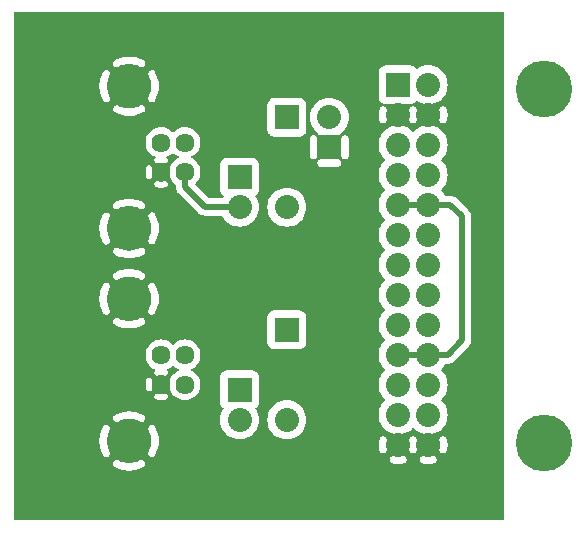
<source format=gbl>
G04 start of page 2 for group 10 layer_idx 1 *
G04 Title: (unknown), bottom_copper *
G04 Creator: pcb-rnd 3.1.0-dev *
G04 CreationDate: 2023-01-28 08:44:06 UTC *
G04 For: tonia *
G04 Format: Gerber/RS-274X *
G04 PCB-Dimensions: 236220 236220 *
G04 PCB-Coordinate-Origin: lower left *
%MOIN*%
%FSLAX25Y25*%
%LNBOTTOM_COPPER_NONE_10*%
%ADD30C,0.0362*%
%ADD29C,0.0906*%
%ADD28C,0.0394*%
%ADD27C,0.1260*%
%ADD26C,0.0637*%
%ADD25C,0.1476*%
%ADD24C,0.0800*%
%ADD23C,0.1890*%
%ADD22C,0.0200*%
%ADD21C,0.0001*%
G54D21*G36*
X165354Y234252D02*Y64961D01*
X145122D01*
Y87316D01*
X145203Y87322D01*
X145394Y87369D01*
X145576Y87446D01*
X145743Y87549D01*
X145892Y87678D01*
X146019Y87828D01*
X146121Y87996D01*
X146192Y88180D01*
X146348Y88732D01*
X146449Y89298D01*
X146500Y89870D01*
Y90445D01*
X146449Y91017D01*
X146348Y91583D01*
X146198Y92137D01*
X146125Y92321D01*
X146022Y92489D01*
X145895Y92640D01*
X145745Y92769D01*
X145578Y92873D01*
X145396Y92949D01*
X145204Y92996D01*
X145122Y93003D01*
Y96146D01*
X145275Y96325D01*
X145809Y97197D01*
X146201Y98143D01*
X146440Y99138D01*
X146500Y100157D01*
X146440Y101177D01*
X146201Y102172D01*
X145809Y103118D01*
X145275Y103990D01*
X145122Y104169D01*
Y106146D01*
X145275Y106325D01*
X145809Y107197D01*
X146201Y108143D01*
X146440Y109138D01*
X146500Y110157D01*
X146440Y111177D01*
X146201Y112172D01*
X145809Y113118D01*
X145275Y113990D01*
X145122Y114169D01*
Y116146D01*
X145275Y116325D01*
X145785Y117157D01*
X146438D01*
X146555Y117148D01*
X147026Y117185D01*
X147026Y117185D01*
X147485Y117296D01*
X147921Y117476D01*
X148324Y117723D01*
X148683Y118030D01*
X148760Y118119D01*
X153357Y122717D01*
X153447Y122793D01*
X153753Y123152D01*
X153753Y123152D01*
X154000Y123555D01*
X154181Y123991D01*
X154291Y124451D01*
X154328Y124921D01*
X154319Y125039D01*
Y166142D01*
X154328Y166260D01*
X154291Y166730D01*
X154291Y166731D01*
X154181Y167190D01*
X154000Y167626D01*
X153753Y168029D01*
X153447Y168388D01*
X153357Y168464D01*
X149586Y172235D01*
X149510Y172325D01*
X149151Y172631D01*
X148748Y172878D01*
X148312Y173059D01*
X147853Y173169D01*
X147852Y173169D01*
X147382Y173206D01*
X147264Y173197D01*
X145761D01*
X145275Y173990D01*
X145122Y174169D01*
Y176146D01*
X145275Y176325D01*
X145809Y177197D01*
X146201Y178143D01*
X146440Y179138D01*
X146500Y180157D01*
X146440Y181177D01*
X146201Y182172D01*
X145809Y183118D01*
X145275Y183990D01*
X145122Y184169D01*
Y186146D01*
X145275Y186325D01*
X145809Y187197D01*
X146201Y188143D01*
X146440Y189138D01*
X146500Y190157D01*
X146440Y191177D01*
X146201Y192172D01*
X145809Y193118D01*
X145275Y193990D01*
X145122Y194169D01*
Y197316D01*
X145203Y197322D01*
X145394Y197369D01*
X145576Y197446D01*
X145743Y197549D01*
X145892Y197678D01*
X146019Y197828D01*
X146121Y197996D01*
X146192Y198180D01*
X146348Y198732D01*
X146449Y199298D01*
X146500Y199870D01*
Y200445D01*
X146449Y201017D01*
X146348Y201583D01*
X146198Y202137D01*
X146125Y202321D01*
X146022Y202489D01*
X145895Y202640D01*
X145745Y202769D01*
X145578Y202873D01*
X145396Y202949D01*
X145204Y202996D01*
X145122Y203003D01*
Y206146D01*
X145275Y206325D01*
X145809Y207197D01*
X146201Y208143D01*
X146440Y209138D01*
X146500Y210157D01*
X146440Y211177D01*
X146201Y212172D01*
X145809Y213118D01*
X145275Y213990D01*
X145122Y214169D01*
Y234252D01*
X165354D01*
G37*
G36*
X144610Y194768D02*X143832Y195432D01*
X142960Y195967D01*
X142015Y196358D01*
X141020Y196597D01*
X140000Y196678D01*
X138980Y196597D01*
X138904Y196579D01*
Y203736D01*
X138980Y203718D01*
X140000Y203637D01*
X141020Y203718D01*
X142015Y203957D01*
X142960Y204348D01*
X143832Y204883D01*
X144610Y205547D01*
X145122Y206146D01*
Y203003D01*
X145007Y203013D01*
X144810Y202998D01*
X144618Y202953D01*
X144436Y202879D01*
X144267Y202776D01*
X144116Y202649D01*
X143987Y202499D01*
X143883Y202332D01*
X143807Y202150D01*
X143760Y201958D01*
X143743Y201761D01*
X143758Y201564D01*
X143807Y201374D01*
X143903Y201034D01*
X143965Y200686D01*
X143996Y200334D01*
Y199981D01*
X143965Y199629D01*
X143903Y199281D01*
X143810Y198940D01*
X143762Y198750D01*
X143747Y198554D01*
X143764Y198358D01*
X143810Y198167D01*
X143887Y197985D01*
X143990Y197818D01*
X144119Y197669D01*
X144269Y197542D01*
X144437Y197440D01*
X144619Y197366D01*
X144811Y197321D01*
X145007Y197306D01*
X145122Y197316D01*
Y194169D01*
X144610Y194768D01*
G37*
G36*
Y184768D02*X144154Y185157D01*
X144610Y185547D01*
X145122Y186146D01*
Y184169D01*
X144610Y184768D01*
G37*
G36*
Y174768D02*X144154Y175157D01*
X144610Y175547D01*
X145122Y176146D01*
Y174169D01*
X144610Y174768D01*
G37*
G36*
Y114768D02*X144154Y115157D01*
X144610Y115547D01*
X145122Y116146D01*
Y114169D01*
X144610Y114768D01*
G37*
G36*
Y104768D02*X144154Y105157D01*
X144610Y105547D01*
X145122Y106146D01*
Y104169D01*
X144610Y104768D01*
G37*
G36*
X138904Y64961D02*Y83750D01*
X139140Y83708D01*
X139713Y83657D01*
X140287D01*
X140860Y83708D01*
X141425Y83809D01*
X141980Y83960D01*
X142163Y84033D01*
X142332Y84135D01*
X142483Y84263D01*
X142611Y84412D01*
X142715Y84580D01*
X142792Y84762D01*
X142839Y84954D01*
X142855Y85150D01*
X142841Y85347D01*
X142796Y85539D01*
X142721Y85722D01*
X142619Y85891D01*
X142491Y86041D01*
X142342Y86170D01*
X142174Y86274D01*
X141992Y86351D01*
X141801Y86398D01*
X141604Y86414D01*
X141407Y86400D01*
X141216Y86351D01*
X140876Y86255D01*
X140529Y86193D01*
X140177Y86161D01*
X139823D01*
X139471Y86193D01*
X139124Y86255D01*
X138904Y86314D01*
Y93736D01*
X138980Y93718D01*
X140000Y93637D01*
X141020Y93718D01*
X142015Y93957D01*
X142960Y94348D01*
X143832Y94883D01*
X144610Y95547D01*
X145122Y96146D01*
Y93003D01*
X145007Y93013D01*
X144810Y92998D01*
X144618Y92953D01*
X144436Y92879D01*
X144267Y92776D01*
X144116Y92649D01*
X143987Y92499D01*
X143883Y92332D01*
X143807Y92150D01*
X143760Y91958D01*
X143743Y91761D01*
X143758Y91564D01*
X143807Y91374D01*
X143903Y91034D01*
X143965Y90686D01*
X143996Y90334D01*
Y89981D01*
X143965Y89629D01*
X143903Y89281D01*
X143810Y88940D01*
X143762Y88750D01*
X143747Y88554D01*
X143764Y88358D01*
X143810Y88167D01*
X143887Y87985D01*
X143990Y87818D01*
X144119Y87669D01*
X144269Y87542D01*
X144437Y87440D01*
X144619Y87366D01*
X144811Y87321D01*
X145007Y87306D01*
X145122Y87316D01*
Y64961D01*
X138904D01*
G37*
G36*
X145122Y234252D02*Y214169D01*
X144610Y214768D01*
X143832Y215432D01*
X142960Y215967D01*
X142015Y216358D01*
X141020Y216597D01*
X140000Y216678D01*
X138980Y216597D01*
X138904Y216579D01*
Y234252D01*
X145122D01*
G37*
G36*
X135390Y95547D02*X136168Y94883D01*
X137040Y94348D01*
X137985Y93957D01*
X138904Y93736D01*
Y86314D01*
X138783Y86347D01*
X138592Y86396D01*
X138396Y86410D01*
X138200Y86394D01*
X138009Y86347D01*
X137828Y86271D01*
X137660Y86167D01*
X137511Y86039D01*
X137384Y85888D01*
X137282Y85720D01*
X137208Y85538D01*
X137163Y85346D01*
X137149Y85150D01*
X137165Y84954D01*
X137212Y84763D01*
X137288Y84582D01*
X137392Y84414D01*
X137520Y84265D01*
X137670Y84138D01*
X137839Y84036D01*
X138022Y83966D01*
X138575Y83809D01*
X138904Y83750D01*
Y64961D01*
X135000D01*
Y87303D01*
X135190Y87317D01*
X135382Y87362D01*
X135564Y87436D01*
X135733Y87539D01*
X135884Y87666D01*
X136013Y87816D01*
X136117Y87983D01*
X136193Y88165D01*
X136229Y88311D01*
X136348Y88732D01*
X136449Y89298D01*
X136500Y89870D01*
Y90445D01*
X136449Y91017D01*
X136348Y91583D01*
X136198Y92137D01*
X136125Y92321D01*
X136022Y92489D01*
X135895Y92640D01*
X135745Y92769D01*
X135578Y92873D01*
X135396Y92949D01*
X135204Y92996D01*
X135007Y93013D01*
X135000Y93012D01*
Y96003D01*
X135390Y95547D01*
G37*
G36*
X131020Y93718D02*X132015Y93957D01*
X132960Y94348D01*
X133832Y94883D01*
X134610Y95547D01*
X135000Y96003D01*
Y93012D01*
X134810Y92998D01*
X134618Y92953D01*
X134436Y92879D01*
X134267Y92776D01*
X134116Y92649D01*
X133987Y92499D01*
X133883Y92332D01*
X133807Y92150D01*
X133771Y92004D01*
X133652Y91583D01*
X133551Y91017D01*
X133500Y90445D01*
Y89870D01*
X133551Y89298D01*
X133652Y88732D01*
X133802Y88178D01*
X133875Y87994D01*
X133978Y87826D01*
X134105Y87675D01*
X134255Y87546D01*
X134422Y87442D01*
X134604Y87366D01*
X134796Y87319D01*
X134993Y87302D01*
X135000Y87303D01*
Y64961D01*
X130002D01*
Y83657D01*
X130287D01*
X130860Y83708D01*
X131425Y83809D01*
X131980Y83960D01*
X132163Y84033D01*
X132332Y84135D01*
X132483Y84263D01*
X132611Y84412D01*
X132715Y84580D01*
X132792Y84762D01*
X132839Y84954D01*
X132855Y85150D01*
X132841Y85347D01*
X132796Y85539D01*
X132721Y85722D01*
X132619Y85891D01*
X132491Y86041D01*
X132342Y86170D01*
X132174Y86274D01*
X131992Y86351D01*
X131801Y86398D01*
X131604Y86414D01*
X131407Y86400D01*
X131216Y86351D01*
X130876Y86255D01*
X130529Y86193D01*
X130177Y86161D01*
X130002D01*
Y93638D01*
X131020Y93718D01*
G37*
G36*
X125390Y95547D02*X126168Y94883D01*
X127040Y94348D01*
X127985Y93957D01*
X128980Y93718D01*
X130000Y93637D01*
X130002Y93638D01*
Y86161D01*
X129823D01*
X129471Y86193D01*
X129124Y86255D01*
X128783Y86347D01*
X128592Y86396D01*
X128396Y86410D01*
X128200Y86394D01*
X128009Y86347D01*
X127828Y86271D01*
X127660Y86167D01*
X127511Y86039D01*
X127384Y85888D01*
X127282Y85720D01*
X127208Y85538D01*
X127163Y85346D01*
X127149Y85150D01*
X127165Y84954D01*
X127212Y84763D01*
X127288Y84582D01*
X127392Y84414D01*
X127520Y84265D01*
X127670Y84138D01*
X127839Y84036D01*
X128022Y83966D01*
X128575Y83809D01*
X129140Y83708D01*
X129713Y83657D01*
X130002D01*
Y64961D01*
X124878D01*
Y87312D01*
X124993Y87302D01*
X125190Y87317D01*
X125382Y87362D01*
X125564Y87436D01*
X125733Y87539D01*
X125884Y87666D01*
X126013Y87816D01*
X126117Y87983D01*
X126193Y88165D01*
X126240Y88357D01*
X126257Y88554D01*
X126242Y88750D01*
X126193Y88941D01*
X126097Y89281D01*
X126035Y89629D01*
X126004Y89981D01*
Y90334D01*
X126035Y90686D01*
X126097Y91034D01*
X126190Y91375D01*
X126238Y91565D01*
X126253Y91761D01*
X126236Y91957D01*
X126190Y92148D01*
X126113Y92330D01*
X126010Y92497D01*
X125881Y92646D01*
X125731Y92773D01*
X125563Y92875D01*
X125381Y92949D01*
X125189Y92994D01*
X124993Y93009D01*
X124878Y92999D01*
Y96146D01*
X125390Y95547D01*
G37*
G36*
Y105547D02*X125846Y105157D01*
X125390Y104768D01*
X124878Y104169D01*
Y106146D01*
X125390Y105547D01*
G37*
G36*
Y115547D02*X125846Y115157D01*
X125390Y114768D01*
X124878Y114169D01*
Y116146D01*
X125390Y115547D01*
G37*
G36*
Y125547D02*X125846Y125157D01*
X125390Y124768D01*
X124878Y124169D01*
Y126146D01*
X125390Y125547D01*
G37*
G36*
Y135547D02*X125846Y135157D01*
X125390Y134768D01*
X124878Y134169D01*
Y136146D01*
X125390Y135547D01*
G37*
G36*
Y145547D02*X125846Y145157D01*
X125390Y144768D01*
X124878Y144169D01*
Y146146D01*
X125390Y145547D01*
G37*
G36*
Y155547D02*X125846Y155157D01*
X125390Y154768D01*
X124878Y154169D01*
Y156146D01*
X125390Y155547D01*
G37*
G36*
Y165547D02*X125846Y165157D01*
X125390Y164768D01*
X124878Y164169D01*
Y166146D01*
X125390Y165547D01*
G37*
G36*
Y175547D02*X125846Y175157D01*
X125390Y174768D01*
X124878Y174169D01*
Y176146D01*
X125390Y175547D01*
G37*
G36*
Y185547D02*X125846Y185157D01*
X125390Y184768D01*
X124878Y184169D01*
Y186146D01*
X125390Y185547D01*
G37*
G36*
X135138Y203923D02*X135474Y204129D01*
X135773Y204384D01*
X136029Y204683D01*
X136157Y204892D01*
X136168Y204883D01*
X137040Y204348D01*
X137985Y203957D01*
X138904Y203736D01*
Y196579D01*
X137985Y196358D01*
X137040Y195967D01*
X136168Y195432D01*
X135390Y194768D01*
X135000Y194312D01*
Y197303D01*
X135190Y197317D01*
X135382Y197362D01*
X135564Y197436D01*
X135733Y197539D01*
X135884Y197666D01*
X136013Y197816D01*
X136117Y197983D01*
X136193Y198165D01*
X136229Y198311D01*
X136348Y198732D01*
X136449Y199298D01*
X136500Y199870D01*
Y200445D01*
X136449Y201017D01*
X136348Y201583D01*
X136198Y202137D01*
X136125Y202321D01*
X136022Y202489D01*
X135895Y202640D01*
X135745Y202769D01*
X135578Y202873D01*
X135396Y202949D01*
X135204Y202996D01*
X135007Y203013D01*
X135000Y203012D01*
Y203866D01*
X135138Y203923D01*
G37*
G36*
X125225Y203773D02*X125608Y203681D01*
X126000Y203650D01*
X126098Y203657D01*
X133902D01*
X134000Y203650D01*
X134392Y203681D01*
X134392Y203681D01*
X134775Y203773D01*
X135000Y203866D01*
Y203012D01*
X134810Y202998D01*
X134618Y202953D01*
X134436Y202879D01*
X134267Y202776D01*
X134116Y202649D01*
X133987Y202499D01*
X133883Y202332D01*
X133807Y202150D01*
X133771Y202004D01*
X133652Y201583D01*
X133551Y201017D01*
X133500Y200445D01*
Y199870D01*
X133551Y199298D01*
X133652Y198732D01*
X133802Y198178D01*
X133875Y197994D01*
X133978Y197826D01*
X134105Y197675D01*
X134255Y197546D01*
X134422Y197442D01*
X134604Y197366D01*
X134796Y197319D01*
X134993Y197302D01*
X135000Y197303D01*
Y194312D01*
X134610Y194768D01*
X133832Y195432D01*
X132960Y195967D01*
X132015Y196358D01*
X131020Y196597D01*
X130000Y196678D01*
X128980Y196597D01*
X127985Y196358D01*
X127040Y195967D01*
X126168Y195432D01*
X125390Y194768D01*
X124878Y194169D01*
Y197312D01*
X124993Y197302D01*
X125190Y197317D01*
X125382Y197362D01*
X125564Y197436D01*
X125733Y197539D01*
X125884Y197666D01*
X126013Y197816D01*
X126117Y197983D01*
X126193Y198165D01*
X126240Y198357D01*
X126257Y198554D01*
X126242Y198750D01*
X126193Y198941D01*
X126097Y199281D01*
X126035Y199629D01*
X126004Y199981D01*
Y200334D01*
X126035Y200686D01*
X126097Y201034D01*
X126190Y201375D01*
X126238Y201565D01*
X126253Y201761D01*
X126236Y201957D01*
X126190Y202148D01*
X126113Y202330D01*
X126010Y202497D01*
X125881Y202646D01*
X125731Y202773D01*
X125563Y202875D01*
X125381Y202949D01*
X125189Y202994D01*
X124993Y203009D01*
X124878Y202999D01*
Y203916D01*
X125225Y203773D01*
G37*
G36*
X138904Y234252D02*Y216579D01*
X137985Y216358D01*
X137040Y215967D01*
X136168Y215432D01*
X136157Y215423D01*
X136029Y215631D01*
X135773Y215931D01*
X135474Y216186D01*
X135138Y216392D01*
X134775Y216542D01*
X134392Y216634D01*
X134000Y216665D01*
X133902Y216657D01*
X126098D01*
X126000Y216665D01*
X125608Y216634D01*
X125608Y216634D01*
X125225Y216542D01*
X124878Y216399D01*
Y234252D01*
X138904D01*
G37*
G36*
X124878D02*Y216399D01*
X124862Y216392D01*
X124526Y216186D01*
X124227Y215931D01*
X123971Y215631D01*
X123766Y215296D01*
X123615Y214932D01*
X123523Y214550D01*
X123492Y214157D01*
X123500Y214059D01*
Y206255D01*
X123492Y206157D01*
X123523Y205765D01*
X123523Y205765D01*
X123615Y205383D01*
X123766Y205019D01*
X123971Y204683D01*
X124227Y204384D01*
X124526Y204129D01*
X124862Y203923D01*
X124878Y203916D01*
Y202999D01*
X124797Y202993D01*
X124606Y202946D01*
X124424Y202869D01*
X124257Y202766D01*
X124108Y202637D01*
X123981Y202487D01*
X123879Y202319D01*
X123808Y202135D01*
X123652Y201583D01*
X123551Y201017D01*
X123500Y200445D01*
Y199870D01*
X123551Y199298D01*
X123652Y198732D01*
X123802Y198178D01*
X123875Y197994D01*
X123978Y197826D01*
X124105Y197675D01*
X124255Y197546D01*
X124422Y197442D01*
X124604Y197366D01*
X124796Y197319D01*
X124878Y197312D01*
Y194169D01*
X124725Y193990D01*
X124191Y193118D01*
X123799Y192172D01*
X123560Y191177D01*
X123480Y190157D01*
X123560Y189138D01*
X123799Y188143D01*
X124191Y187197D01*
X124725Y186325D01*
X124878Y186146D01*
Y184169D01*
X124725Y183990D01*
X124191Y183118D01*
X123799Y182172D01*
X123560Y181177D01*
X123480Y180157D01*
X123560Y179138D01*
X123799Y178143D01*
X124191Y177197D01*
X124725Y176325D01*
X124878Y176146D01*
Y174169D01*
X124725Y173990D01*
X124191Y173118D01*
X123799Y172172D01*
X123560Y171177D01*
X123480Y170157D01*
X123560Y169138D01*
X123799Y168143D01*
X124191Y167197D01*
X124725Y166325D01*
X124878Y166146D01*
Y164169D01*
X124725Y163990D01*
X124191Y163118D01*
X123799Y162172D01*
X123560Y161177D01*
X123480Y160157D01*
X123560Y159138D01*
X123799Y158143D01*
X124191Y157197D01*
X124725Y156325D01*
X124878Y156146D01*
Y154169D01*
X124725Y153990D01*
X124191Y153118D01*
X123799Y152172D01*
X123560Y151177D01*
X123480Y150157D01*
X123560Y149138D01*
X123799Y148143D01*
X124191Y147197D01*
X124725Y146325D01*
X124878Y146146D01*
Y144169D01*
X124725Y143990D01*
X124191Y143118D01*
X123799Y142172D01*
X123560Y141177D01*
X123480Y140157D01*
X123560Y139138D01*
X123799Y138143D01*
X124191Y137197D01*
X124725Y136325D01*
X124878Y136146D01*
Y134169D01*
X124725Y133990D01*
X124191Y133118D01*
X123799Y132172D01*
X123560Y131177D01*
X123480Y130157D01*
X123560Y129138D01*
X123799Y128143D01*
X124191Y127197D01*
X124725Y126325D01*
X124878Y126146D01*
Y124169D01*
X124725Y123990D01*
X124191Y123118D01*
X123799Y122172D01*
X123560Y121177D01*
X123480Y120157D01*
X123560Y119138D01*
X123799Y118143D01*
X124191Y117197D01*
X124725Y116325D01*
X124878Y116146D01*
Y114169D01*
X124725Y113990D01*
X124191Y113118D01*
X123799Y112172D01*
X123560Y111177D01*
X123480Y110157D01*
X123560Y109138D01*
X123799Y108143D01*
X124191Y107197D01*
X124725Y106325D01*
X124878Y106146D01*
Y104169D01*
X124725Y103990D01*
X124191Y103118D01*
X123799Y102172D01*
X123560Y101177D01*
X123480Y100157D01*
X123560Y99138D01*
X123799Y98143D01*
X124191Y97197D01*
X124725Y96325D01*
X124878Y96146D01*
Y92999D01*
X124797Y92993D01*
X124606Y92946D01*
X124424Y92869D01*
X124257Y92766D01*
X124108Y92637D01*
X123981Y92487D01*
X123879Y92319D01*
X123808Y92135D01*
X123652Y91583D01*
X123551Y91017D01*
X123500Y90445D01*
Y89870D01*
X123551Y89298D01*
X123652Y88732D01*
X123802Y88178D01*
X123875Y87994D01*
X123978Y87826D01*
X124105Y87675D01*
X124255Y87546D01*
X124422Y87442D01*
X124604Y87366D01*
X124796Y87319D01*
X124878Y87312D01*
Y64961D01*
X107077D01*
Y182791D01*
X109837D01*
X110033Y182803D01*
X110224Y182849D01*
X110406Y182924D01*
X110574Y183027D01*
X110723Y183155D01*
X110851Y183304D01*
X110954Y183472D01*
X111029Y183654D01*
X111075Y183845D01*
X111090Y184041D01*
X111075Y184237D01*
X111029Y184429D01*
X110954Y184611D01*
X110851Y184778D01*
X110723Y184928D01*
X110574Y185056D01*
X110406Y185159D01*
X110224Y185234D01*
X110033Y185280D01*
X109837Y185291D01*
X111087D01*
Y186541D01*
X111098Y186345D01*
X111144Y186154D01*
X111219Y185972D01*
X111322Y185804D01*
X111450Y185655D01*
X111600Y185527D01*
X111767Y185424D01*
X111949Y185349D01*
X112140Y185303D01*
X112337Y185287D01*
X112533Y185303D01*
X112724Y185349D01*
X112906Y185424D01*
X113074Y185527D01*
X113223Y185655D01*
X113351Y185804D01*
X113454Y185972D01*
X113529Y186154D01*
X113575Y186345D01*
X113587Y186541D01*
Y192041D01*
X113575Y192237D01*
X113529Y192429D01*
X113454Y192611D01*
X113351Y192778D01*
X113223Y192928D01*
X113074Y193056D01*
X112906Y193159D01*
X112724Y193234D01*
X112533Y193280D01*
X112337Y193295D01*
X112140Y193280D01*
X111949Y193234D01*
X111767Y193159D01*
X111600Y193056D01*
X111450Y192928D01*
X111322Y192778D01*
X111219Y192611D01*
X111144Y192429D01*
X111098Y192237D01*
X111087Y192041D01*
Y193291D01*
X109837D01*
X110033Y193303D01*
X110224Y193349D01*
X110406Y193424D01*
X110574Y193527D01*
X110723Y193655D01*
X110851Y193804D01*
X110954Y193972D01*
X111001Y194087D01*
X111697Y194681D01*
X112361Y195459D01*
X112896Y196331D01*
X113288Y197277D01*
X113526Y198271D01*
X113587Y199291D01*
X113526Y200311D01*
X113288Y201306D01*
X112896Y202251D01*
X112361Y203124D01*
X111697Y203902D01*
X110919Y204566D01*
X110047Y205101D01*
X109101Y205492D01*
X108107Y205731D01*
X107087Y205811D01*
X107077Y205811D01*
Y234252D01*
X124878D01*
G37*
G36*
X107077D02*Y205811D01*
X106067Y205731D01*
X105072Y205492D01*
X104127Y205101D01*
X103254Y204566D01*
X102476Y203902D01*
X101812Y203124D01*
X101277Y202251D01*
X100886Y201306D01*
X100647Y200311D01*
X100567Y199291D01*
X100647Y198271D01*
X100886Y197277D01*
X101277Y196331D01*
X101812Y195459D01*
X102476Y194681D01*
X103172Y194087D01*
X103219Y193972D01*
X103322Y193804D01*
X103450Y193655D01*
X103600Y193527D01*
X103767Y193424D01*
X103949Y193349D01*
X104140Y193303D01*
X104336Y193291D01*
X103087D01*
Y192041D01*
X103075Y192237D01*
X103029Y192429D01*
X102954Y192611D01*
X102851Y192778D01*
X102723Y192928D01*
X102574Y193056D01*
X102406Y193159D01*
X102224Y193234D01*
X102033Y193280D01*
X101837Y193295D01*
X101640Y193280D01*
X101449Y193234D01*
X101267Y193159D01*
X101100Y193056D01*
X100950Y192928D01*
X100822Y192778D01*
X100719Y192611D01*
X100644Y192429D01*
X100598Y192237D01*
X100587Y192041D01*
Y186541D01*
X100598Y186345D01*
X100644Y186154D01*
X100719Y185972D01*
X100822Y185804D01*
X100950Y185655D01*
X101100Y185527D01*
X101267Y185424D01*
X101449Y185349D01*
X101640Y185303D01*
X101837Y185287D01*
X102033Y185303D01*
X102224Y185349D01*
X102406Y185424D01*
X102574Y185527D01*
X102723Y185655D01*
X102851Y185804D01*
X102954Y185972D01*
X103029Y186154D01*
X103075Y186345D01*
X103087Y186541D01*
Y185291D01*
X104336D01*
X104140Y185280D01*
X103949Y185234D01*
X103767Y185159D01*
X103600Y185056D01*
X103450Y184928D01*
X103322Y184778D01*
X103219Y184611D01*
X103144Y184429D01*
X103098Y184237D01*
X103083Y184041D01*
X103098Y183845D01*
X103144Y183654D01*
X103219Y183472D01*
X103322Y183304D01*
X103450Y183155D01*
X103600Y183027D01*
X103767Y182924D01*
X103949Y182849D01*
X104140Y182803D01*
X104337Y182791D01*
X107077D01*
Y64961D01*
X92913D01*
Y91945D01*
X93933Y92025D01*
X94928Y92264D01*
X95873Y92655D01*
X96746Y93190D01*
X97524Y93854D01*
X98188Y94632D01*
X98723Y95505D01*
X99114Y96450D01*
X99353Y97445D01*
X99413Y98465D01*
X99353Y99485D01*
X99114Y100479D01*
X98723Y101425D01*
X98188Y102297D01*
X97524Y103075D01*
X96746Y103739D01*
X95873Y104274D01*
X94928Y104666D01*
X93933Y104904D01*
X92913Y104985D01*
Y121965D01*
X96815D01*
X96913Y121957D01*
X97305Y121988D01*
X97306Y121988D01*
X97688Y122080D01*
X98052Y122230D01*
X98387Y122436D01*
X98687Y122691D01*
X98942Y122991D01*
X99148Y123326D01*
X99298Y123690D01*
X99390Y124072D01*
X99421Y124465D01*
X99413Y124563D01*
Y132367D01*
X99421Y132465D01*
X99390Y132857D01*
X99390Y132857D01*
X99298Y133239D01*
X99148Y133603D01*
X98942Y133939D01*
X98687Y134238D01*
X98387Y134493D01*
X98052Y134699D01*
X97688Y134850D01*
X97306Y134941D01*
X96913Y134972D01*
X96815Y134965D01*
X92913D01*
Y162811D01*
X93933Y162891D01*
X94928Y163130D01*
X95873Y163521D01*
X96746Y164056D01*
X97524Y164720D01*
X98188Y165498D01*
X98723Y166371D01*
X99114Y167316D01*
X99353Y168311D01*
X99413Y169331D01*
X99353Y170351D01*
X99114Y171346D01*
X98723Y172291D01*
X98188Y173163D01*
X97524Y173941D01*
X96746Y174606D01*
X95873Y175140D01*
X94928Y175532D01*
X93933Y175770D01*
X92913Y175851D01*
Y192831D01*
X96815D01*
X96913Y192823D01*
X97305Y192854D01*
X97306Y192854D01*
X97688Y192946D01*
X98052Y193096D01*
X98387Y193302D01*
X98687Y193557D01*
X98942Y193857D01*
X99148Y194192D01*
X99298Y194556D01*
X99390Y194938D01*
X99421Y195331D01*
X99413Y195429D01*
Y203233D01*
X99421Y203331D01*
X99390Y203723D01*
X99390Y203723D01*
X99298Y204106D01*
X99148Y204469D01*
X98942Y204805D01*
X98687Y205104D01*
X98387Y205359D01*
X98052Y205565D01*
X97688Y205716D01*
X97306Y205808D01*
X96913Y205838D01*
X96815Y205831D01*
X92913D01*
Y234252D01*
X107077D01*
G37*
G36*
X92913D02*Y205831D01*
X89011D01*
X88913Y205838D01*
X88521Y205808D01*
X88521Y205808D01*
X88138Y205716D01*
X87775Y205565D01*
X87439Y205359D01*
X87140Y205104D01*
X86885Y204805D01*
X86679Y204469D01*
X86528Y204106D01*
X86437Y203723D01*
X86406Y203331D01*
X86413Y203233D01*
Y195429D01*
X86406Y195331D01*
X86437Y194939D01*
X86437Y194938D01*
X86528Y194556D01*
X86679Y194192D01*
X86885Y193857D01*
X87140Y193557D01*
X87439Y193302D01*
X87775Y193096D01*
X88138Y192946D01*
X88521Y192854D01*
X88913Y192823D01*
X89011Y192831D01*
X92913D01*
Y175851D01*
X91893Y175770D01*
X90899Y175532D01*
X89953Y175140D01*
X89081Y174606D01*
X88303Y173941D01*
X87639Y173163D01*
X87104Y172291D01*
X86712Y171346D01*
X86474Y170351D01*
X86393Y169331D01*
X86474Y168311D01*
X86712Y167316D01*
X87104Y166371D01*
X87639Y165498D01*
X88303Y164720D01*
X89081Y164056D01*
X89953Y163521D01*
X90899Y163130D01*
X91893Y162891D01*
X92913Y162811D01*
Y134965D01*
X89011D01*
X88913Y134972D01*
X88521Y134941D01*
X88521Y134941D01*
X88138Y134850D01*
X87775Y134699D01*
X87439Y134493D01*
X87140Y134238D01*
X86885Y133939D01*
X86679Y133603D01*
X86528Y133239D01*
X86437Y132857D01*
X86406Y132465D01*
X86413Y132367D01*
Y124563D01*
X86406Y124465D01*
X86437Y124072D01*
X86437Y124072D01*
X86528Y123690D01*
X86679Y123326D01*
X86885Y122991D01*
X87140Y122691D01*
X87439Y122436D01*
X87775Y122230D01*
X88138Y122080D01*
X88521Y121988D01*
X88913Y121957D01*
X89011Y121965D01*
X92913D01*
Y104985D01*
X91893Y104904D01*
X90899Y104666D01*
X89953Y104274D01*
X89081Y103739D01*
X88303Y103075D01*
X87639Y102297D01*
X87104Y101425D01*
X86712Y100479D01*
X86474Y99485D01*
X86393Y98465D01*
X86474Y97445D01*
X86712Y96450D01*
X87104Y95505D01*
X87639Y94632D01*
X88303Y93854D01*
X89081Y93190D01*
X89953Y92655D01*
X90899Y92264D01*
X91893Y92025D01*
X92913Y91945D01*
Y64961D01*
X77159D01*
Y91945D01*
X77165Y91945D01*
X78185Y92025D01*
X79180Y92264D01*
X80125Y92655D01*
X80998Y93190D01*
X81776Y93854D01*
X82440Y94632D01*
X82975Y95505D01*
X83366Y96450D01*
X83605Y97445D01*
X83665Y98465D01*
X83605Y99485D01*
X83366Y100479D01*
X82975Y101425D01*
X82440Y102297D01*
X82431Y102308D01*
X82639Y102436D01*
X82939Y102691D01*
X83194Y102991D01*
X83400Y103326D01*
X83550Y103690D01*
X83642Y104072D01*
X83673Y104465D01*
X83665Y104563D01*
Y112367D01*
X83673Y112465D01*
X83642Y112857D01*
X83642Y112857D01*
X83550Y113239D01*
X83400Y113603D01*
X83194Y113939D01*
X82939Y114238D01*
X82639Y114493D01*
X82304Y114699D01*
X81940Y114850D01*
X81558Y114941D01*
X81165Y114972D01*
X81067Y114965D01*
X77159D01*
Y162811D01*
X77165Y162811D01*
X78185Y162891D01*
X79180Y163130D01*
X80125Y163521D01*
X80998Y164056D01*
X81776Y164720D01*
X82440Y165498D01*
X82975Y166371D01*
X83366Y167316D01*
X83605Y168311D01*
X83665Y169331D01*
X83605Y170351D01*
X83366Y171346D01*
X82975Y172291D01*
X82440Y173163D01*
X82431Y173174D01*
X82639Y173302D01*
X82939Y173557D01*
X83194Y173857D01*
X83400Y174192D01*
X83550Y174556D01*
X83642Y174938D01*
X83673Y175331D01*
X83665Y175429D01*
Y183233D01*
X83673Y183331D01*
X83642Y183723D01*
X83642Y183723D01*
X83550Y184106D01*
X83400Y184469D01*
X83194Y184805D01*
X82939Y185104D01*
X82639Y185359D01*
X82304Y185565D01*
X81940Y185716D01*
X81558Y185808D01*
X81165Y185838D01*
X81067Y185831D01*
X77159D01*
Y234252D01*
X92913D01*
G37*
G36*
X64747Y64961D02*Y166635D01*
X64992Y166577D01*
X65080Y166555D01*
X65080D01*
X65551Y166518D01*
X65669Y166528D01*
X71291D01*
X71356Y166371D01*
X71891Y165498D01*
X72555Y164720D01*
X73333Y164056D01*
X74205Y163521D01*
X75151Y163130D01*
X76145Y162891D01*
X77159Y162811D01*
Y114965D01*
X73263D01*
X73165Y114972D01*
X72773Y114941D01*
X72773Y114941D01*
X72390Y114850D01*
X72027Y114699D01*
X71691Y114493D01*
X71392Y114238D01*
X71137Y113939D01*
X70931Y113603D01*
X70780Y113239D01*
X70689Y112857D01*
X70658Y112465D01*
X70665Y112367D01*
Y104563D01*
X70658Y104465D01*
X70689Y104072D01*
X70689Y104072D01*
X70780Y103690D01*
X70931Y103326D01*
X71137Y102991D01*
X71392Y102691D01*
X71691Y102436D01*
X71900Y102308D01*
X71891Y102297D01*
X71356Y101425D01*
X70964Y100479D01*
X70726Y99485D01*
X70645Y98465D01*
X70726Y97445D01*
X70964Y96450D01*
X71356Y95505D01*
X71891Y94632D01*
X72555Y93854D01*
X73333Y93190D01*
X74205Y92655D01*
X75151Y92264D01*
X76145Y92025D01*
X77159Y91945D01*
Y64961D01*
X64747D01*
G37*
G36*
X77159Y234252D02*Y185831D01*
X73263D01*
X73165Y185838D01*
X72773Y185808D01*
X72773Y185808D01*
X72390Y185716D01*
X72027Y185565D01*
X71691Y185359D01*
X71392Y185104D01*
X71137Y184805D01*
X70931Y184469D01*
X70780Y184106D01*
X70689Y183723D01*
X70658Y183331D01*
X70665Y183233D01*
Y175429D01*
X70658Y175331D01*
X70689Y174939D01*
X70689Y174938D01*
X70780Y174556D01*
X70931Y174192D01*
X71137Y173857D01*
X71392Y173557D01*
X71691Y173302D01*
X71900Y173174D01*
X71891Y173163D01*
X71501Y172528D01*
X66794D01*
X64747Y174575D01*
Y234252D01*
X77159D01*
G37*
G36*
X51164Y184208D02*X51443Y184183D01*
X51719Y184134D01*
X51989Y184061D01*
X52141Y184022D01*
X52298Y184011D01*
X52455Y184024D01*
X52608Y184062D01*
X52753Y184123D01*
X52887Y184206D01*
X53006Y184309D01*
X53107Y184430D01*
X53189Y184564D01*
X53248Y184710D01*
X53284Y184863D01*
X53295Y185020D01*
X53282Y185177D01*
X53244Y185330D01*
X53183Y185475D01*
X53100Y185609D01*
X52997Y185728D01*
X52876Y185829D01*
X52741Y185911D01*
X52675Y185936D01*
X53386Y186230D01*
X54082Y186657D01*
X54703Y187187D01*
X54961Y187489D01*
X55219Y187187D01*
X55839Y186657D01*
X56536Y186230D01*
X57224Y185945D01*
X56536Y185660D01*
X55839Y185233D01*
X55219Y184703D01*
X54688Y184082D01*
X54262Y183386D01*
X53949Y182631D01*
X53759Y181838D01*
X53695Y181024D01*
X53759Y180210D01*
X53949Y179416D01*
X54262Y178662D01*
X54688Y177965D01*
X55219Y177345D01*
X55839Y176814D01*
X55898Y176779D01*
Y176299D01*
X55888Y176181D01*
X55925Y175710D01*
X56036Y175251D01*
X56216Y174815D01*
X56463Y174412D01*
X56463Y174412D01*
X56770Y174053D01*
X56859Y173977D01*
X63347Y167489D01*
X63423Y167400D01*
X63782Y167093D01*
X63782Y167093D01*
X64185Y166846D01*
X64621Y166666D01*
X64747Y166635D01*
Y64961D01*
X51025D01*
Y105010D01*
X51252D01*
X51706Y105050D01*
X52156Y105130D01*
X52596Y105249D01*
X52743Y105307D01*
X52878Y105389D01*
X52999Y105490D01*
X53102Y105610D01*
X53185Y105744D01*
X53247Y105889D01*
X53285Y106043D01*
X53298Y106200D01*
X53287Y106358D01*
X53251Y106511D01*
X53191Y106658D01*
X53110Y106793D01*
X53008Y106913D01*
X52888Y107017D01*
X52754Y107100D01*
X52609Y107161D01*
X52456Y107199D01*
X52298Y107213D01*
X52141Y107201D01*
X51988Y107162D01*
X51719Y107087D01*
X51443Y107038D01*
X51164Y107013D01*
X51025D01*
Y113381D01*
X51164D01*
X51443Y113356D01*
X51719Y113307D01*
X51989Y113234D01*
X52141Y113195D01*
X52298Y113184D01*
X52455Y113197D01*
X52608Y113235D01*
X52753Y113296D01*
X52887Y113379D01*
X53006Y113482D01*
X53107Y113603D01*
X53189Y113738D01*
X53248Y113883D01*
X53284Y114037D01*
X53295Y114194D01*
X53282Y114350D01*
X53244Y114503D01*
X53183Y114648D01*
X53100Y114782D01*
X52997Y114901D01*
X52876Y115002D01*
X52741Y115084D01*
X52675Y115109D01*
X53386Y115403D01*
X54082Y115830D01*
X54703Y116360D01*
X54961Y116662D01*
X55219Y116360D01*
X55839Y115830D01*
X56536Y115403D01*
X57224Y115118D01*
X56536Y114833D01*
X55839Y114406D01*
X55219Y113876D01*
X54688Y113255D01*
X54262Y112559D01*
X53949Y111805D01*
X53759Y111011D01*
X53695Y110197D01*
X53759Y109383D01*
X53949Y108589D01*
X54262Y107835D01*
X54688Y107139D01*
X55219Y106518D01*
X55839Y105988D01*
X56536Y105561D01*
X57290Y105248D01*
X58084Y105058D01*
X58898Y104994D01*
X59712Y105058D01*
X60505Y105248D01*
X61260Y105561D01*
X61956Y105988D01*
X62577Y106518D01*
X63107Y107139D01*
X63534Y107835D01*
X63846Y108589D01*
X64037Y109383D01*
X64085Y110197D01*
X64037Y111011D01*
X63846Y111805D01*
X63534Y112559D01*
X63107Y113255D01*
X62577Y113876D01*
X61956Y114406D01*
X61260Y114833D01*
X60571Y115118D01*
X61260Y115403D01*
X61956Y115830D01*
X62577Y116360D01*
X63107Y116981D01*
X63534Y117677D01*
X63846Y118432D01*
X64037Y119225D01*
X64085Y120039D01*
X64037Y120853D01*
X63846Y121647D01*
X63534Y122401D01*
X63107Y123098D01*
X62577Y123718D01*
X61956Y124249D01*
X61260Y124675D01*
X60505Y124988D01*
X59712Y125178D01*
X58898Y125242D01*
X58084Y125178D01*
X57290Y124988D01*
X56536Y124675D01*
X55839Y124249D01*
X55219Y123718D01*
X54961Y123416D01*
X54703Y123718D01*
X54082Y124249D01*
X53386Y124675D01*
X52631Y124988D01*
X51838Y125178D01*
X51025Y125242D01*
Y175837D01*
X51252D01*
X51706Y175877D01*
X52156Y175957D01*
X52596Y176076D01*
X52743Y176134D01*
X52878Y176216D01*
X52999Y176317D01*
X53102Y176437D01*
X53185Y176571D01*
X53247Y176716D01*
X53285Y176870D01*
X53298Y177027D01*
X53287Y177184D01*
X53251Y177338D01*
X53191Y177484D01*
X53110Y177619D01*
X53008Y177740D01*
X52888Y177844D01*
X52754Y177927D01*
X52609Y177988D01*
X52456Y178026D01*
X52298Y178039D01*
X52141Y178028D01*
X51988Y177989D01*
X51719Y177913D01*
X51443Y177864D01*
X51164Y177840D01*
X51025D01*
Y184208D01*
X51164D01*
G37*
G36*
X48461Y64961D02*Y86170D01*
X48489Y86180D01*
X48659Y86279D01*
X48812Y86403D01*
X48943Y86549D01*
X49046Y86716D01*
X49444Y87514D01*
X49758Y88348D01*
X49996Y89207D01*
X50156Y90084D01*
X50236Y90972D01*
Y91863D01*
X50156Y92751D01*
X49996Y93628D01*
X49758Y94487D01*
X49444Y95321D01*
X49055Y96123D01*
X48949Y96290D01*
X48817Y96437D01*
X48663Y96562D01*
X48492Y96661D01*
X48461Y96673D01*
Y115526D01*
X48662Y115403D01*
X49367Y115111D01*
X49304Y115087D01*
X49169Y115005D01*
X49049Y114903D01*
X48945Y114784D01*
X48862Y114650D01*
X48800Y114504D01*
X48763Y114351D01*
X48749Y114194D01*
X48761Y114036D01*
X48796Y113882D01*
X48856Y113736D01*
X48938Y113601D01*
X49039Y113480D01*
X49159Y113377D01*
X49293Y113294D01*
X49438Y113232D01*
X49592Y113194D01*
X49749Y113181D01*
X49906Y113192D01*
X50059Y113231D01*
X50329Y113307D01*
X50605Y113356D01*
X50884Y113381D01*
X51025D01*
Y107013D01*
X50884D01*
X50605Y107038D01*
X50329Y107087D01*
X50058Y107160D01*
X49906Y107198D01*
X49749Y107210D01*
X49592Y107196D01*
X49439Y107159D01*
X49294Y107097D01*
X49161Y107014D01*
X49042Y106911D01*
X48940Y106791D01*
X48859Y106656D01*
X48799Y106510D01*
X48764Y106357D01*
X48752Y106200D01*
X48766Y106043D01*
X48803Y105890D01*
X48865Y105745D01*
X48948Y105612D01*
X49051Y105493D01*
X49171Y105391D01*
X49306Y105310D01*
X49452Y105254D01*
X49892Y105130D01*
X50341Y105050D01*
X50795Y105010D01*
X51025D01*
Y64961D01*
X48461D01*
G37*
G36*
X48662Y186230D02*X49367Y185938D01*
X49304Y185913D01*
X49169Y185832D01*
X49049Y185730D01*
X48945Y185611D01*
X48862Y185476D01*
X48800Y185331D01*
X48763Y185178D01*
X48749Y185020D01*
X48761Y184863D01*
X48796Y184709D01*
X48856Y184563D01*
X48938Y184428D01*
X49039Y184307D01*
X49159Y184204D01*
X49293Y184120D01*
X49438Y184059D01*
X49592Y184021D01*
X49749Y184008D01*
X49906Y184019D01*
X50059Y184058D01*
X50329Y184134D01*
X50605Y184183D01*
X50884Y184208D01*
X51025D01*
Y177840D01*
X50884D01*
X50605Y177864D01*
X50329Y177913D01*
X50058Y177986D01*
X49906Y178025D01*
X49749Y178036D01*
X49592Y178023D01*
X49439Y177985D01*
X49294Y177924D01*
X49161Y177841D01*
X49042Y177738D01*
X48940Y177618D01*
X48859Y177483D01*
X48799Y177337D01*
X48764Y177184D01*
X48752Y177027D01*
X48766Y176870D01*
X48803Y176717D01*
X48865Y176572D01*
X48948Y176439D01*
X49051Y176319D01*
X49171Y176218D01*
X49306Y176137D01*
X49452Y176080D01*
X49892Y175957D01*
X50341Y175877D01*
X50795Y175837D01*
X51025D01*
Y125242D01*
X51024Y125242D01*
X50210Y125178D01*
X49416Y124988D01*
X48662Y124675D01*
X48461Y124552D01*
Y133571D01*
X48489Y133582D01*
X48659Y133680D01*
X48812Y133805D01*
X48943Y133951D01*
X49046Y134118D01*
X49444Y134916D01*
X49758Y135750D01*
X49996Y136609D01*
X50156Y137485D01*
X50236Y138373D01*
Y139265D01*
X50156Y140152D01*
X49996Y141029D01*
X49758Y141888D01*
X49444Y142722D01*
X49055Y143525D01*
X48949Y143691D01*
X48817Y143839D01*
X48663Y143964D01*
X48492Y144063D01*
X48461Y144075D01*
Y156996D01*
X48489Y157007D01*
X48659Y157106D01*
X48812Y157230D01*
X48943Y157376D01*
X49046Y157543D01*
X49444Y158341D01*
X49758Y159175D01*
X49996Y160034D01*
X50156Y160911D01*
X50236Y161798D01*
Y162690D01*
X50156Y163578D01*
X49996Y164454D01*
X49758Y165313D01*
X49444Y166147D01*
X49055Y166950D01*
X48949Y167117D01*
X48817Y167264D01*
X48663Y167389D01*
X48492Y167488D01*
X48461Y167500D01*
Y186353D01*
X48662Y186230D01*
G37*
G36*
X64747Y234252D02*Y174575D01*
X62253Y177068D01*
X62577Y177345D01*
X63107Y177965D01*
X63534Y178662D01*
X63846Y179416D01*
X64037Y180210D01*
X64085Y181024D01*
X64037Y181838D01*
X63846Y182631D01*
X63534Y183386D01*
X63107Y184082D01*
X62577Y184703D01*
X61956Y185233D01*
X61260Y185660D01*
X60571Y185945D01*
X61260Y186230D01*
X61956Y186657D01*
X62577Y187187D01*
X63107Y187808D01*
X63534Y188504D01*
X63846Y189258D01*
X64037Y190052D01*
X64085Y190866D01*
X64037Y191680D01*
X63846Y192474D01*
X63534Y193228D01*
X63107Y193924D01*
X62577Y194545D01*
X61956Y195075D01*
X61260Y195502D01*
X60505Y195814D01*
X59712Y196005D01*
X58898Y196069D01*
X58084Y196005D01*
X57290Y195814D01*
X56536Y195502D01*
X55839Y195075D01*
X55219Y194545D01*
X54961Y194243D01*
X54703Y194545D01*
X54082Y195075D01*
X53386Y195502D01*
X52631Y195814D01*
X51838Y196005D01*
X51024Y196069D01*
X50210Y196005D01*
X49416Y195814D01*
X48662Y195502D01*
X48461Y195379D01*
Y204398D01*
X48489Y204409D01*
X48659Y204507D01*
X48812Y204631D01*
X48943Y204778D01*
X49046Y204945D01*
X49444Y205742D01*
X49758Y206576D01*
X49996Y207435D01*
X50156Y208312D01*
X50236Y209200D01*
Y210091D01*
X50156Y210979D01*
X49996Y211856D01*
X49758Y212715D01*
X49444Y213549D01*
X49055Y214351D01*
X48949Y214518D01*
X48817Y214666D01*
X48663Y214790D01*
X48492Y214890D01*
X48461Y214901D01*
Y234252D01*
X64747D01*
G37*
G36*
X47039Y86446D02*X47185Y86315D01*
X47350Y86208D01*
X47530Y86128D01*
X47720Y86078D01*
X47916Y86058D01*
X48113Y86068D01*
X48305Y86109D01*
X48461Y86170D01*
Y64961D01*
X46938D01*
Y86571D01*
X47039Y86446D01*
G37*
G36*
X47137Y94330D02*X47372Y93708D01*
X47550Y93067D01*
X47669Y92412D01*
X47729Y91750D01*
Y91085D01*
X47669Y90422D01*
X47550Y89768D01*
X47372Y89127D01*
X47137Y88504D01*
X46938Y88093D01*
Y94730D01*
X47137Y94330D01*
G37*
G36*
X47345Y116360D02*X47965Y115830D01*
X48461Y115526D01*
Y96673D01*
X48307Y96732D01*
X48114Y96774D01*
X47916Y96785D01*
X47719Y96764D01*
X47528Y96713D01*
X47347Y96633D01*
X47181Y96526D01*
X47033Y96393D01*
X46938Y96276D01*
Y107930D01*
X47027Y107922D01*
X47184Y107934D01*
X47338Y107970D01*
X47484Y108029D01*
X47619Y108111D01*
X47740Y108213D01*
X47843Y108332D01*
X47927Y108466D01*
X47988Y108612D01*
X48026Y108765D01*
X48039Y108922D01*
X48028Y109080D01*
X47989Y109232D01*
X47913Y109502D01*
X47864Y109778D01*
X47840Y110057D01*
Y110337D01*
X47864Y110616D01*
X47913Y110892D01*
X47986Y111162D01*
X48025Y111315D01*
X48036Y111472D01*
X48023Y111628D01*
X47985Y111781D01*
X47924Y111926D01*
X47841Y112060D01*
X47738Y112179D01*
X47618Y112280D01*
X47483Y112362D01*
X47337Y112421D01*
X47184Y112457D01*
X47027Y112468D01*
X46938Y112461D01*
Y116836D01*
X47345Y116360D01*
G37*
G36*
X47039Y133848D02*X47185Y133717D01*
X47350Y133610D01*
X47530Y133530D01*
X47720Y133479D01*
X47916Y133459D01*
X48113Y133470D01*
X48305Y133511D01*
X48461Y133571D01*
Y124552D01*
X47965Y124249D01*
X47345Y123718D01*
X46938Y123242D01*
Y133972D01*
X47039Y133848D01*
G37*
G36*
X47137Y141732D02*X47372Y141109D01*
X47550Y140468D01*
X47669Y139814D01*
X47729Y139151D01*
Y138486D01*
X47669Y137824D01*
X47550Y137169D01*
X47372Y136528D01*
X47137Y135906D01*
X46938Y135494D01*
Y142132D01*
X47137Y141732D01*
G37*
G36*
X47039Y157273D02*X47185Y157142D01*
X47350Y157035D01*
X47530Y156955D01*
X47720Y156905D01*
X47916Y156884D01*
X48113Y156895D01*
X48305Y156936D01*
X48461Y156996D01*
Y144075D01*
X48307Y144134D01*
X48114Y144176D01*
X47916Y144186D01*
X47719Y144166D01*
X47528Y144115D01*
X47347Y144035D01*
X47181Y143927D01*
X47033Y143795D01*
X46938Y143678D01*
Y157397D01*
X47039Y157273D01*
G37*
G36*
X47137Y165157D02*X47372Y164535D01*
X47550Y163894D01*
X47669Y163239D01*
X47729Y162577D01*
Y161912D01*
X47669Y161249D01*
X47550Y160595D01*
X47372Y159954D01*
X47137Y159331D01*
X46938Y158920D01*
Y165557D01*
X47137Y165157D01*
G37*
G36*
X47345Y187187D02*X47965Y186657D01*
X48461Y186353D01*
Y167500D01*
X48307Y167559D01*
X48114Y167601D01*
X47916Y167611D01*
X47719Y167591D01*
X47528Y167540D01*
X47347Y167460D01*
X47181Y167352D01*
X47033Y167220D01*
X46938Y167103D01*
Y178757D01*
X47027Y178749D01*
X47184Y178761D01*
X47338Y178796D01*
X47484Y178856D01*
X47619Y178938D01*
X47740Y179039D01*
X47843Y179159D01*
X47927Y179293D01*
X47988Y179438D01*
X48026Y179592D01*
X48039Y179749D01*
X48028Y179906D01*
X47989Y180059D01*
X47913Y180329D01*
X47864Y180605D01*
X47840Y180884D01*
Y181164D01*
X47864Y181443D01*
X47913Y181719D01*
X47986Y181989D01*
X48025Y182141D01*
X48036Y182298D01*
X48023Y182455D01*
X47985Y182608D01*
X47924Y182753D01*
X47841Y182887D01*
X47738Y183006D01*
X47618Y183107D01*
X47483Y183189D01*
X47337Y183248D01*
X47184Y183284D01*
X47027Y183295D01*
X46938Y183287D01*
Y187663D01*
X47345Y187187D01*
G37*
G36*
X47039Y204675D02*X47185Y204543D01*
X47350Y204436D01*
X47530Y204357D01*
X47720Y204306D01*
X47916Y204286D01*
X48113Y204297D01*
X48305Y204338D01*
X48461Y204398D01*
Y195379D01*
X47965Y195075D01*
X47345Y194545D01*
X46938Y194069D01*
Y204799D01*
X47039Y204675D01*
G37*
G36*
X47137Y212559D02*X47372Y211936D01*
X47550Y211295D01*
X47669Y210641D01*
X47729Y209978D01*
Y209313D01*
X47669Y208651D01*
X47550Y207996D01*
X47372Y207355D01*
X47137Y206733D01*
X46938Y206321D01*
Y212959D01*
X47137Y212559D01*
G37*
G36*
X48461Y234252D02*Y214901D01*
X48307Y214961D01*
X48114Y215002D01*
X47916Y215013D01*
X47719Y214993D01*
X47528Y214942D01*
X47347Y214861D01*
X47181Y214754D01*
X47033Y214622D01*
X46938Y214504D01*
Y234252D01*
X48461D01*
G37*
G36*
X46938D02*Y214504D01*
X46909Y214468D01*
X46809Y214297D01*
X46738Y214112D01*
X46697Y213919D01*
X46686Y213721D01*
X46706Y213524D01*
X46757Y213333D01*
X46841Y213154D01*
X46938Y212959D01*
Y206321D01*
X46847Y206134D01*
X46764Y205956D01*
X46714Y205766D01*
X46693Y205570D01*
X46704Y205374D01*
X46745Y205181D01*
X46816Y204998D01*
X46915Y204827D01*
X46938Y204799D01*
Y194069D01*
X46814Y193924D01*
X46388Y193228D01*
X46075Y192474D01*
X45885Y191680D01*
X45821Y190866D01*
X45885Y190052D01*
X46075Y189258D01*
X46388Y188504D01*
X46814Y187808D01*
X46938Y187663D01*
Y183287D01*
X46870Y183282D01*
X46717Y183244D01*
X46572Y183183D01*
X46439Y183100D01*
X46319Y182997D01*
X46218Y182876D01*
X46137Y182741D01*
X46080Y182595D01*
X45957Y182156D01*
X45877Y181706D01*
X45837Y181252D01*
Y180795D01*
X45877Y180341D01*
X45957Y179892D01*
X46076Y179451D01*
X46134Y179304D01*
X46216Y179169D01*
X46317Y179049D01*
X46437Y178945D01*
X46571Y178862D01*
X46716Y178800D01*
X46870Y178763D01*
X46938Y178757D01*
Y167103D01*
X46909Y167067D01*
X46809Y166895D01*
X46738Y166711D01*
X46697Y166517D01*
X46686Y166319D01*
X46706Y166123D01*
X46757Y165931D01*
X46841Y165752D01*
X46938Y165557D01*
Y158920D01*
X46847Y158732D01*
X46764Y158554D01*
X46714Y158364D01*
X46693Y158169D01*
X46704Y157972D01*
X46745Y157780D01*
X46816Y157596D01*
X46915Y157426D01*
X46938Y157397D01*
Y143678D01*
X46909Y143641D01*
X46809Y143470D01*
X46738Y143285D01*
X46697Y143092D01*
X46686Y142894D01*
X46706Y142697D01*
X46757Y142506D01*
X46841Y142327D01*
X46938Y142132D01*
Y135494D01*
X46847Y135307D01*
X46764Y135129D01*
X46714Y134939D01*
X46693Y134743D01*
X46704Y134547D01*
X46745Y134355D01*
X46816Y134171D01*
X46915Y134001D01*
X46938Y133972D01*
Y123242D01*
X46814Y123098D01*
X46388Y122401D01*
X46075Y121647D01*
X45885Y120853D01*
X45821Y120039D01*
X45885Y119225D01*
X46075Y118432D01*
X46388Y117677D01*
X46814Y116981D01*
X46938Y116836D01*
Y112461D01*
X46870Y112455D01*
X46717Y112417D01*
X46572Y112356D01*
X46439Y112273D01*
X46319Y112170D01*
X46218Y112049D01*
X46137Y111915D01*
X46080Y111768D01*
X45957Y111329D01*
X45877Y110880D01*
X45837Y110425D01*
Y109969D01*
X45877Y109514D01*
X45957Y109065D01*
X46076Y108624D01*
X46134Y108478D01*
X46216Y108342D01*
X46317Y108222D01*
X46437Y108118D01*
X46571Y108035D01*
X46716Y107974D01*
X46870Y107936D01*
X46938Y107930D01*
Y96276D01*
X46909Y96240D01*
X46809Y96069D01*
X46738Y95884D01*
X46697Y95690D01*
X46686Y95493D01*
X46706Y95296D01*
X46757Y95105D01*
X46841Y94925D01*
X46938Y94730D01*
Y88093D01*
X46847Y87906D01*
X46764Y87728D01*
X46714Y87537D01*
X46693Y87342D01*
X46704Y87145D01*
X46745Y86953D01*
X46816Y86769D01*
X46915Y86599D01*
X46938Y86571D01*
Y64961D01*
X40358D01*
Y81535D01*
X40800D01*
X41688Y81616D01*
X42565Y81776D01*
X43424Y82014D01*
X44258Y82328D01*
X45060Y82716D01*
X45227Y82823D01*
X45374Y82955D01*
X45499Y83109D01*
X45598Y83280D01*
X45669Y83464D01*
X45711Y83658D01*
X45722Y83856D01*
X45701Y84053D01*
X45650Y84244D01*
X45570Y84425D01*
X45463Y84591D01*
X45330Y84738D01*
X45177Y84863D01*
X45006Y84962D01*
X44821Y85034D01*
X44627Y85075D01*
X44430Y85086D01*
X44233Y85065D01*
X44042Y85014D01*
X43862Y84931D01*
X43267Y84634D01*
X42645Y84400D01*
X42004Y84222D01*
X41349Y84103D01*
X40687Y84043D01*
X40358D01*
Y98792D01*
X40687D01*
X41349Y98732D01*
X42004Y98613D01*
X42645Y98435D01*
X43267Y98200D01*
X43866Y97910D01*
X44044Y97827D01*
X44234Y97777D01*
X44430Y97756D01*
X44626Y97767D01*
X44819Y97808D01*
X45002Y97879D01*
X45173Y97978D01*
X45325Y98102D01*
X45457Y98248D01*
X45564Y98413D01*
X45643Y98593D01*
X45694Y98783D01*
X45714Y98979D01*
X45703Y99176D01*
X45662Y99368D01*
X45591Y99552D01*
X45493Y99722D01*
X45369Y99875D01*
X45222Y100006D01*
X45055Y100109D01*
X44258Y100507D01*
X43424Y100821D01*
X42565Y101059D01*
X41688Y101219D01*
X40800Y101299D01*
X40358D01*
Y128937D01*
X40800D01*
X41688Y129017D01*
X42565Y129177D01*
X43424Y129415D01*
X44258Y129730D01*
X45060Y130118D01*
X45227Y130224D01*
X45374Y130357D01*
X45499Y130510D01*
X45598Y130681D01*
X45669Y130866D01*
X45711Y131060D01*
X45722Y131257D01*
X45701Y131454D01*
X45650Y131645D01*
X45570Y131826D01*
X45463Y131993D01*
X45330Y132140D01*
X45177Y132265D01*
X45006Y132364D01*
X44821Y132435D01*
X44627Y132477D01*
X44430Y132487D01*
X44233Y132467D01*
X44042Y132416D01*
X43862Y132332D01*
X43267Y132036D01*
X42645Y131801D01*
X42004Y131624D01*
X41349Y131504D01*
X40687Y131445D01*
X40358D01*
Y146193D01*
X40687D01*
X41349Y146133D01*
X42004Y146014D01*
X42645Y145836D01*
X43267Y145602D01*
X43866Y145312D01*
X44044Y145229D01*
X44234Y145178D01*
X44430Y145158D01*
X44626Y145169D01*
X44819Y145210D01*
X45002Y145281D01*
X45173Y145379D01*
X45325Y145503D01*
X45457Y145650D01*
X45564Y145815D01*
X45643Y145995D01*
X45694Y146185D01*
X45714Y146381D01*
X45703Y146577D01*
X45662Y146770D01*
X45591Y146953D01*
X45493Y147123D01*
X45369Y147276D01*
X45222Y147408D01*
X45055Y147511D01*
X44258Y147908D01*
X43424Y148223D01*
X42565Y148461D01*
X41688Y148621D01*
X40800Y148701D01*
X40358D01*
Y152362D01*
X40800D01*
X41688Y152442D01*
X42565Y152602D01*
X43424Y152840D01*
X44258Y153155D01*
X45060Y153543D01*
X45227Y153650D01*
X45374Y153782D01*
X45499Y153935D01*
X45598Y154107D01*
X45669Y154291D01*
X45711Y154485D01*
X45722Y154682D01*
X45701Y154879D01*
X45650Y155071D01*
X45570Y155252D01*
X45463Y155418D01*
X45330Y155565D01*
X45177Y155690D01*
X45006Y155789D01*
X44821Y155860D01*
X44627Y155902D01*
X44430Y155912D01*
X44233Y155892D01*
X44042Y155841D01*
X43862Y155758D01*
X43267Y155461D01*
X42645Y155227D01*
X42004Y155049D01*
X41349Y154930D01*
X40687Y154870D01*
X40358D01*
Y169618D01*
X40687D01*
X41349Y169559D01*
X42004Y169439D01*
X42645Y169262D01*
X43267Y169027D01*
X43866Y168737D01*
X44044Y168654D01*
X44234Y168603D01*
X44430Y168583D01*
X44626Y168594D01*
X44819Y168635D01*
X45002Y168706D01*
X45173Y168805D01*
X45325Y168929D01*
X45457Y169075D01*
X45564Y169240D01*
X45643Y169420D01*
X45694Y169610D01*
X45714Y169806D01*
X45703Y170002D01*
X45662Y170195D01*
X45591Y170378D01*
X45493Y170549D01*
X45369Y170701D01*
X45222Y170833D01*
X45055Y170936D01*
X44258Y171333D01*
X43424Y171648D01*
X42565Y171886D01*
X41688Y172046D01*
X40800Y172126D01*
X40358D01*
Y199764D01*
X40800D01*
X41688Y199844D01*
X42565Y200004D01*
X43424Y200242D01*
X44258Y200556D01*
X45060Y200945D01*
X45227Y201051D01*
X45374Y201183D01*
X45499Y201337D01*
X45598Y201508D01*
X45669Y201693D01*
X45711Y201886D01*
X45722Y202084D01*
X45701Y202281D01*
X45650Y202472D01*
X45570Y202653D01*
X45463Y202819D01*
X45330Y202967D01*
X45177Y203091D01*
X45006Y203191D01*
X44821Y203262D01*
X44627Y203303D01*
X44430Y203314D01*
X44233Y203294D01*
X44042Y203243D01*
X43862Y203159D01*
X43267Y202863D01*
X42645Y202628D01*
X42004Y202450D01*
X41349Y202331D01*
X40687Y202271D01*
X40358D01*
Y217020D01*
X40687D01*
X41349Y216960D01*
X42004Y216841D01*
X42645Y216663D01*
X43267Y216429D01*
X43866Y216139D01*
X44044Y216056D01*
X44234Y216005D01*
X44430Y215985D01*
X44626Y215995D01*
X44819Y216037D01*
X45002Y216107D01*
X45173Y216206D01*
X45325Y216330D01*
X45457Y216477D01*
X45564Y216642D01*
X45643Y216822D01*
X45694Y217012D01*
X45714Y217208D01*
X45703Y217404D01*
X45662Y217596D01*
X45591Y217780D01*
X45493Y217950D01*
X45369Y218103D01*
X45222Y218234D01*
X45055Y218338D01*
X44258Y218735D01*
X43424Y219049D01*
X42565Y219287D01*
X41688Y219447D01*
X40800Y219528D01*
X40358D01*
Y234252D01*
X46938D01*
G37*
G36*
X40358D02*Y219528D01*
X39909D01*
X39021Y219447D01*
X38144Y219287D01*
X37285Y219049D01*
X36451Y218735D01*
X35649Y218347D01*
X35482Y218240D01*
X35334Y218108D01*
X35210Y217954D01*
X35110Y217783D01*
X35039Y217599D01*
X34998Y217405D01*
X34987Y217207D01*
X35007Y217010D01*
X35058Y216819D01*
X35139Y216638D01*
X35246Y216472D01*
X35378Y216325D01*
X35532Y216200D01*
X35703Y216101D01*
X35888Y216029D01*
X36081Y215988D01*
X36279Y215977D01*
X36476Y215998D01*
X36667Y216049D01*
X36846Y216132D01*
X37441Y216429D01*
X38064Y216663D01*
X38705Y216841D01*
X39359Y216960D01*
X40022Y217020D01*
X40358D01*
Y202271D01*
X40022D01*
X39359Y202331D01*
X38705Y202450D01*
X38064Y202628D01*
X37441Y202863D01*
X36843Y203153D01*
X36665Y203236D01*
X36474Y203286D01*
X36279Y203307D01*
X36082Y203296D01*
X35890Y203255D01*
X35706Y203184D01*
X35536Y203085D01*
X35383Y202961D01*
X35252Y202815D01*
X35145Y202650D01*
X35065Y202470D01*
X35015Y202280D01*
X34995Y202084D01*
X35005Y201887D01*
X35046Y201695D01*
X35117Y201511D01*
X35216Y201341D01*
X35340Y201188D01*
X35486Y201057D01*
X35653Y200954D01*
X36451Y200556D01*
X37285Y200242D01*
X38144Y200004D01*
X39021Y199844D01*
X39909Y199764D01*
X40358D01*
Y172126D01*
X39909D01*
X39021Y172046D01*
X38144Y171886D01*
X37285Y171648D01*
X36451Y171333D01*
X35649Y170945D01*
X35482Y170839D01*
X35334Y170706D01*
X35210Y170553D01*
X35110Y170382D01*
X35039Y170197D01*
X34998Y170003D01*
X34987Y169806D01*
X35007Y169609D01*
X35058Y169418D01*
X35139Y169237D01*
X35246Y169070D01*
X35378Y168923D01*
X35532Y168798D01*
X35703Y168699D01*
X35888Y168628D01*
X36081Y168586D01*
X36279Y168576D01*
X36476Y168596D01*
X36667Y168647D01*
X36846Y168731D01*
X37441Y169027D01*
X38064Y169262D01*
X38705Y169439D01*
X39359Y169559D01*
X40022Y169618D01*
X40358D01*
Y154870D01*
X40022D01*
X39359Y154930D01*
X38705Y155049D01*
X38064Y155227D01*
X37441Y155461D01*
X36843Y155751D01*
X36665Y155834D01*
X36474Y155885D01*
X36279Y155905D01*
X36082Y155894D01*
X35890Y155853D01*
X35706Y155782D01*
X35536Y155684D01*
X35383Y155560D01*
X35252Y155413D01*
X35145Y155248D01*
X35065Y155068D01*
X35015Y154878D01*
X34995Y154682D01*
X35005Y154486D01*
X35046Y154293D01*
X35117Y154110D01*
X35216Y153940D01*
X35340Y153787D01*
X35486Y153655D01*
X35653Y153552D01*
X36451Y153155D01*
X37285Y152840D01*
X38144Y152602D01*
X39021Y152442D01*
X39909Y152362D01*
X40358D01*
Y148701D01*
X39909D01*
X39021Y148621D01*
X38144Y148461D01*
X37285Y148223D01*
X36451Y147908D01*
X35649Y147520D01*
X35482Y147413D01*
X35334Y147281D01*
X35210Y147128D01*
X35110Y146956D01*
X35039Y146772D01*
X34998Y146578D01*
X34987Y146381D01*
X35007Y146184D01*
X35058Y145992D01*
X35139Y145811D01*
X35246Y145645D01*
X35378Y145498D01*
X35532Y145373D01*
X35703Y145274D01*
X35888Y145203D01*
X36081Y145161D01*
X36279Y145151D01*
X36476Y145171D01*
X36667Y145222D01*
X36846Y145305D01*
X37441Y145602D01*
X38064Y145836D01*
X38705Y146014D01*
X39359Y146133D01*
X40022Y146193D01*
X40358D01*
Y131445D01*
X40022D01*
X39359Y131504D01*
X38705Y131624D01*
X38064Y131801D01*
X37441Y132036D01*
X36843Y132326D01*
X36665Y132409D01*
X36474Y132460D01*
X36279Y132480D01*
X36082Y132469D01*
X35890Y132428D01*
X35706Y132357D01*
X35536Y132258D01*
X35383Y132134D01*
X35252Y131988D01*
X35145Y131823D01*
X35065Y131643D01*
X35015Y131453D01*
X34995Y131257D01*
X35005Y131061D01*
X35046Y130868D01*
X35117Y130685D01*
X35216Y130514D01*
X35340Y130362D01*
X35486Y130230D01*
X35653Y130127D01*
X36451Y129730D01*
X37285Y129415D01*
X38144Y129177D01*
X39021Y129017D01*
X39909Y128937D01*
X40358D01*
Y101299D01*
X39909D01*
X39021Y101219D01*
X38144Y101059D01*
X37285Y100821D01*
X36451Y100507D01*
X35649Y100118D01*
X35482Y100012D01*
X35334Y99880D01*
X35210Y99726D01*
X35110Y99555D01*
X35039Y99370D01*
X34998Y99177D01*
X34987Y98979D01*
X35007Y98782D01*
X35058Y98591D01*
X35139Y98410D01*
X35246Y98244D01*
X35378Y98096D01*
X35532Y97972D01*
X35703Y97872D01*
X35888Y97801D01*
X36081Y97760D01*
X36279Y97749D01*
X36476Y97769D01*
X36667Y97820D01*
X36846Y97904D01*
X37441Y98200D01*
X38064Y98435D01*
X38705Y98613D01*
X39359Y98732D01*
X40022Y98792D01*
X40358D01*
Y84043D01*
X40022D01*
X39359Y84103D01*
X38705Y84222D01*
X38064Y84400D01*
X37441Y84634D01*
X36843Y84924D01*
X36665Y85007D01*
X36474Y85058D01*
X36279Y85078D01*
X36082Y85068D01*
X35890Y85026D01*
X35706Y84956D01*
X35536Y84857D01*
X35383Y84733D01*
X35252Y84586D01*
X35145Y84421D01*
X35065Y84241D01*
X35015Y84051D01*
X34995Y83855D01*
X35005Y83659D01*
X35046Y83467D01*
X35117Y83283D01*
X35216Y83113D01*
X35340Y82960D01*
X35486Y82829D01*
X35653Y82725D01*
X36451Y82328D01*
X37285Y82014D01*
X38144Y81776D01*
X39021Y81616D01*
X39909Y81535D01*
X40358D01*
Y64961D01*
X32248D01*
Y86162D01*
X32401Y86102D01*
X32595Y86061D01*
X32793Y86050D01*
X32990Y86070D01*
X33181Y86121D01*
X33362Y86202D01*
X33528Y86309D01*
X33675Y86441D01*
X33800Y86595D01*
X33899Y86766D01*
X33971Y86951D01*
X34012Y87144D01*
X34023Y87342D01*
X34002Y87539D01*
X33951Y87730D01*
X33868Y87909D01*
X33571Y88504D01*
X33337Y89127D01*
X33159Y89768D01*
X33040Y90422D01*
X32980Y91085D01*
Y91750D01*
X33040Y92412D01*
X33159Y93067D01*
X33337Y93708D01*
X33571Y94330D01*
X33861Y94929D01*
X33944Y95107D01*
X33995Y95297D01*
X34015Y95493D01*
X34005Y95689D01*
X33963Y95882D01*
X33893Y96065D01*
X33794Y96236D01*
X33670Y96388D01*
X33523Y96520D01*
X33358Y96627D01*
X33178Y96706D01*
X32988Y96757D01*
X32792Y96777D01*
X32596Y96766D01*
X32404Y96725D01*
X32248Y96665D01*
Y133563D01*
X32401Y133504D01*
X32595Y133462D01*
X32793Y133452D01*
X32990Y133472D01*
X33181Y133523D01*
X33362Y133603D01*
X33528Y133711D01*
X33675Y133843D01*
X33800Y133996D01*
X33899Y134168D01*
X33971Y134352D01*
X34012Y134546D01*
X34023Y134744D01*
X34002Y134940D01*
X33951Y135132D01*
X33868Y135311D01*
X33571Y135906D01*
X33337Y136528D01*
X33159Y137169D01*
X33040Y137824D01*
X32980Y138486D01*
Y139151D01*
X33040Y139814D01*
X33159Y140468D01*
X33337Y141109D01*
X33571Y141732D01*
X33861Y142331D01*
X33944Y142509D01*
X33995Y142699D01*
X34015Y142894D01*
X34005Y143091D01*
X33963Y143283D01*
X33893Y143467D01*
X33794Y143637D01*
X33670Y143790D01*
X33523Y143921D01*
X33358Y144028D01*
X33178Y144108D01*
X32988Y144158D01*
X32792Y144179D01*
X32596Y144168D01*
X32404Y144127D01*
X32248Y144067D01*
Y156988D01*
X32401Y156929D01*
X32595Y156887D01*
X32793Y156877D01*
X32990Y156897D01*
X33181Y156948D01*
X33362Y157028D01*
X33528Y157136D01*
X33675Y157268D01*
X33800Y157422D01*
X33899Y157593D01*
X33971Y157778D01*
X34012Y157971D01*
X34023Y158169D01*
X34002Y158366D01*
X33951Y158557D01*
X33868Y158736D01*
X33571Y159331D01*
X33337Y159954D01*
X33159Y160595D01*
X33040Y161249D01*
X32980Y161912D01*
Y162577D01*
X33040Y163239D01*
X33159Y163894D01*
X33337Y164535D01*
X33571Y165157D01*
X33861Y165756D01*
X33944Y165934D01*
X33995Y166124D01*
X34015Y166320D01*
X34005Y166516D01*
X33963Y166708D01*
X33893Y166892D01*
X33794Y167062D01*
X33670Y167215D01*
X33523Y167346D01*
X33358Y167453D01*
X33178Y167533D01*
X32988Y167584D01*
X32792Y167604D01*
X32596Y167593D01*
X32404Y167552D01*
X32248Y167492D01*
Y204390D01*
X32401Y204331D01*
X32595Y204289D01*
X32793Y204278D01*
X32990Y204299D01*
X33181Y204350D01*
X33362Y204430D01*
X33528Y204537D01*
X33675Y204670D01*
X33800Y204823D01*
X33899Y204994D01*
X33971Y205179D01*
X34012Y205373D01*
X34023Y205570D01*
X34002Y205767D01*
X33951Y205958D01*
X33868Y206138D01*
X33571Y206733D01*
X33337Y207355D01*
X33159Y207996D01*
X33040Y208651D01*
X32980Y209313D01*
Y209978D01*
X33040Y210641D01*
X33159Y211295D01*
X33337Y211936D01*
X33571Y212559D01*
X33861Y213157D01*
X33944Y213335D01*
X33995Y213526D01*
X34015Y213721D01*
X34005Y213918D01*
X33963Y214110D01*
X33893Y214294D01*
X33794Y214464D01*
X33670Y214617D01*
X33523Y214748D01*
X33358Y214855D01*
X33178Y214935D01*
X32988Y214985D01*
X32792Y215005D01*
X32596Y214995D01*
X32404Y214954D01*
X32248Y214893D01*
Y234252D01*
X40358D01*
G37*
G36*
X32248D02*Y214893D01*
X32220Y214883D01*
X32050Y214784D01*
X31897Y214660D01*
X31766Y214514D01*
X31662Y214347D01*
X31265Y213549D01*
X30951Y212715D01*
X30713Y211856D01*
X30553Y210979D01*
X30472Y210091D01*
Y209200D01*
X30553Y208312D01*
X30713Y207435D01*
X30951Y206576D01*
X31265Y205742D01*
X31653Y204940D01*
X31760Y204773D01*
X31892Y204626D01*
X32046Y204501D01*
X32217Y204402D01*
X32248Y204390D01*
Y167492D01*
X32220Y167481D01*
X32050Y167383D01*
X31897Y167258D01*
X31766Y167112D01*
X31662Y166945D01*
X31265Y166147D01*
X30951Y165313D01*
X30713Y164454D01*
X30553Y163578D01*
X30472Y162690D01*
Y161798D01*
X30553Y160911D01*
X30713Y160034D01*
X30951Y159175D01*
X31265Y158341D01*
X31653Y157538D01*
X31760Y157372D01*
X31892Y157224D01*
X32046Y157099D01*
X32217Y157000D01*
X32248Y156988D01*
Y144067D01*
X32220Y144056D01*
X32050Y143957D01*
X31897Y143833D01*
X31766Y143687D01*
X31662Y143520D01*
X31265Y142722D01*
X30951Y141888D01*
X30713Y141029D01*
X30553Y140152D01*
X30472Y139265D01*
Y138373D01*
X30553Y137485D01*
X30713Y136609D01*
X30951Y135750D01*
X31265Y134916D01*
X31653Y134113D01*
X31760Y133946D01*
X31892Y133799D01*
X32046Y133674D01*
X32217Y133575D01*
X32248Y133563D01*
Y96665D01*
X32220Y96654D01*
X32050Y96556D01*
X31897Y96432D01*
X31766Y96285D01*
X31662Y96118D01*
X31265Y95321D01*
X30951Y94487D01*
X30713Y93628D01*
X30553Y92751D01*
X30472Y91863D01*
Y90972D01*
X30553Y90084D01*
X30713Y89207D01*
X30951Y88348D01*
X31265Y87514D01*
X31653Y86712D01*
X31760Y86545D01*
X31892Y86397D01*
X32046Y86273D01*
X32217Y86173D01*
X32248Y86162D01*
Y64961D01*
X1969D01*
Y234252D01*
X32248D01*
G37*
G54D22*X77165Y169528D02*X65551D01*
X151319Y166260D02*X147382Y170197D01*
X130039D01*
X65551Y169528D02*X58898Y176181D01*
X130000Y120157D02*X146555D01*
X151319Y124921D01*
Y166260D01*
X58898Y176181D02*Y181024D01*
G54D23*X11811Y224409D03*
G54D21*G36*
X126000Y214157D02*X134000D01*
Y206157D01*
X126000D01*
Y214157D01*
G37*
G54D24*X130000Y200157D03*
G54D25*X40354Y209646D03*
G54D21*G36*
X96913Y203331D02*Y195331D01*
X88913D01*
Y203331D01*
X96913D01*
G37*
G54D24*X107087Y199291D03*
G54D23*X11811Y74803D03*
G54D26*X51024Y110197D03*
G54D25*X40354Y91417D03*
G54D24*X130000Y110157D03*
Y100157D03*
G54D26*X58898Y110197D03*
G54D24*X92913Y98465D03*
G54D21*G36*
X73165Y112465D02*X81165D01*
Y104465D01*
X73165D01*
Y112465D01*
G37*
G54D24*X77165Y98465D03*
X130000Y140157D03*
Y130157D03*
Y90157D03*
G54D26*X58898Y120039D03*
G54D21*G36*
X96913Y132465D02*Y124465D01*
X88913D01*
Y132465D01*
X96913D01*
G37*
G54D26*X51024Y120039D03*
G54D25*X40354Y138819D03*
Y162244D03*
G54D26*X58898Y190866D03*
X51024Y181024D03*
Y190866D03*
X58898Y181024D03*
G54D24*X92913Y169331D03*
G54D21*G36*
X73165Y183331D02*X81165D01*
Y175331D01*
X73165D01*
Y183331D01*
G37*
G54D24*X77165Y169331D03*
G54D21*G36*
X111087Y185291D02*X103087D01*
Y193291D01*
X111087D01*
Y185291D01*
G37*
G54D24*X130000Y170157D03*
Y160157D03*
Y120157D03*
Y190157D03*
Y180157D03*
Y150157D03*
X140000Y210157D03*
Y200157D03*
Y190157D03*
Y180157D03*
Y170157D03*
Y160157D03*
Y150157D03*
Y140157D03*
Y130157D03*
Y120157D03*
Y110157D03*
Y100157D03*
Y90157D03*
G54D23*X178740Y208858D03*
Y90748D03*
G54D27*G54D28*G54D29*G54D28*G54D27*G54D30*G54D29*G54D28*G54D30*G54D28*G54D30*G54D28*G54D30*G54D29*G54D30*G54D28*G54D27*M02*

</source>
